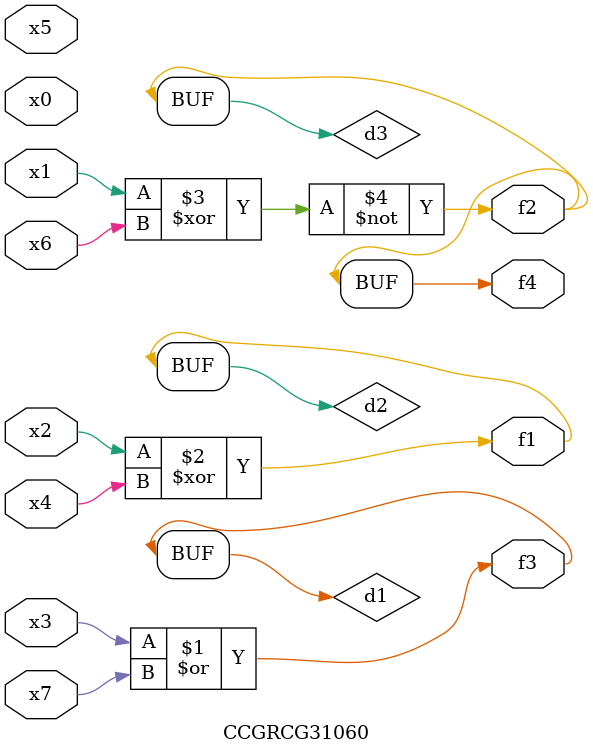
<source format=v>
module CCGRCG31060(
	input x0, x1, x2, x3, x4, x5, x6, x7,
	output f1, f2, f3, f4
);

	wire d1, d2, d3;

	or (d1, x3, x7);
	xor (d2, x2, x4);
	xnor (d3, x1, x6);
	assign f1 = d2;
	assign f2 = d3;
	assign f3 = d1;
	assign f4 = d3;
endmodule

</source>
